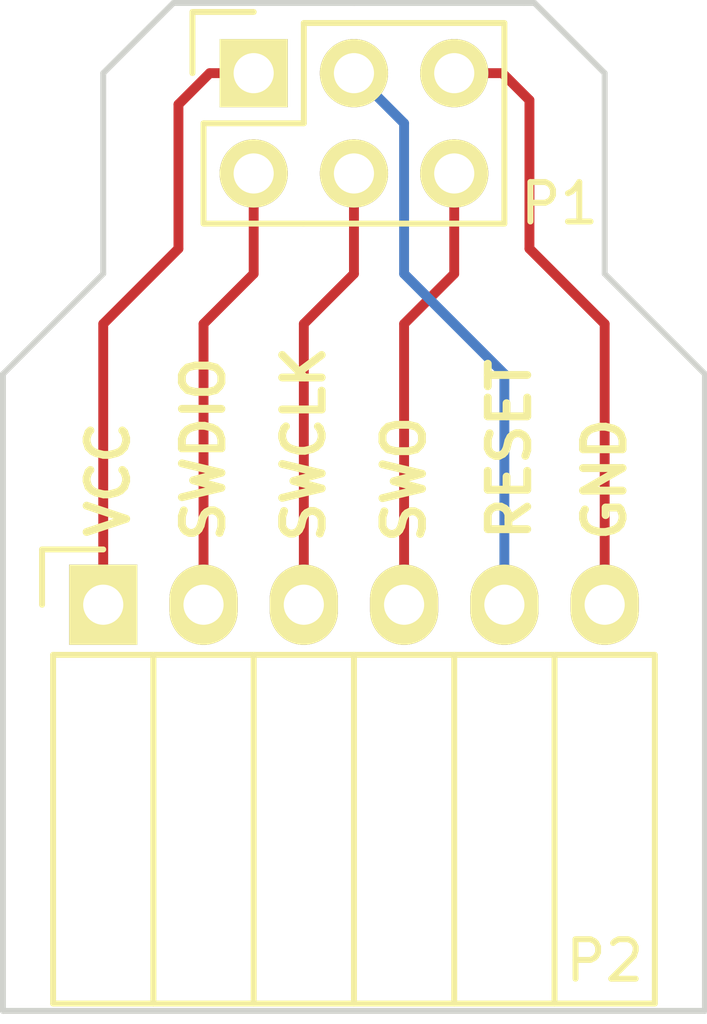
<source format=kicad_pcb>
(kicad_pcb (version 4) (host pcbnew 4.0.2-stable)

  (general
    (links 6)
    (no_connects 6)
    (area 0 0 0 0)
    (thickness 1.6)
    (drawings 18)
    (tracks 24)
    (zones 0)
    (modules 2)
    (nets 7)
  )

  (page A4)
  (layers
    (0 F.Cu signal)
    (31 B.Cu signal)
    (32 B.Adhes user)
    (33 F.Adhes user)
    (34 B.Paste user)
    (35 F.Paste user)
    (36 B.SilkS user)
    (37 F.SilkS user)
    (38 B.Mask user)
    (39 F.Mask user)
    (40 Dwgs.User user)
    (41 Cmts.User user)
    (42 Eco1.User user)
    (43 Eco2.User user)
    (44 Edge.Cuts user)
    (45 Margin user)
    (46 B.CrtYd user)
    (47 F.CrtYd user)
    (48 B.Fab user)
    (49 F.Fab user hide)
  )

  (setup
    (last_trace_width 0.25)
    (trace_clearance 0.2)
    (zone_clearance 0.508)
    (zone_45_only no)
    (trace_min 0.2)
    (segment_width 0.2)
    (edge_width 0.15)
    (via_size 0.6)
    (via_drill 0.4)
    (via_min_size 0.4)
    (via_min_drill 0.3)
    (uvia_size 0.3)
    (uvia_drill 0.1)
    (uvias_allowed no)
    (uvia_min_size 0.2)
    (uvia_min_drill 0.1)
    (pcb_text_width 0.3)
    (pcb_text_size 1.5 1.5)
    (mod_edge_width 0.15)
    (mod_text_size 1 1)
    (mod_text_width 0.15)
    (pad_size 1.524 1.524)
    (pad_drill 0.762)
    (pad_to_mask_clearance 0.2)
    (aux_axis_origin 0 0)
    (visible_elements FFFFFF7F)
    (pcbplotparams
      (layerselection 0x00030_80000001)
      (usegerberextensions false)
      (excludeedgelayer true)
      (linewidth 0.100000)
      (plotframeref false)
      (viasonmask false)
      (mode 1)
      (useauxorigin false)
      (hpglpennumber 1)
      (hpglpenspeed 20)
      (hpglpendiameter 15)
      (hpglpenoverlay 2)
      (psnegative false)
      (psa4output false)
      (plotreference true)
      (plotvalue true)
      (plotinvisibletext false)
      (padsonsilk false)
      (subtractmaskfromsilk false)
      (outputformat 1)
      (mirror false)
      (drillshape 1)
      (scaleselection 1)
      (outputdirectory ""))
  )

  (net 0 "")
  (net 1 /VCC)
  (net 2 /SWDIO)
  (net 3 /RESET)
  (net 4 /SWCLK)
  (net 5 /GND)
  (net 6 /SWO)

  (net_class Default "This is the default net class."
    (clearance 0.2)
    (trace_width 0.25)
    (via_dia 0.6)
    (via_drill 0.4)
    (uvia_dia 0.3)
    (uvia_drill 0.1)
    (add_net /GND)
    (add_net /RESET)
    (add_net /SWCLK)
    (add_net /SWDIO)
    (add_net /SWO)
    (add_net /VCC)
  )

  (module Socket_Strips:Socket_Strip_Angled_1x06 (layer F.Cu) (tedit 0) (tstamp 57C78E0B)
    (at 121.92 108.712)
    (descr "Through hole socket strip")
    (tags "socket strip")
    (path /57C78CB8)
    (fp_text reference P2 (at 12.7 9.017) (layer F.SilkS)
      (effects (font (size 1 1) (thickness 0.15)))
    )
    (fp_text value PPPC061LGBN-RC (at 0 -2.75) (layer F.Fab)
      (effects (font (size 1 1) (thickness 0.15)))
    )
    (fp_line (start -1.75 -1.5) (end -1.75 10.6) (layer F.CrtYd) (width 0.05))
    (fp_line (start 14.45 -1.5) (end 14.45 10.6) (layer F.CrtYd) (width 0.05))
    (fp_line (start -1.75 -1.5) (end 14.45 -1.5) (layer F.CrtYd) (width 0.05))
    (fp_line (start -1.75 10.6) (end 14.45 10.6) (layer F.CrtYd) (width 0.05))
    (fp_line (start 13.97 10.1) (end 13.97 1.27) (layer F.SilkS) (width 0.15))
    (fp_line (start 11.43 10.1) (end 13.97 10.1) (layer F.SilkS) (width 0.15))
    (fp_line (start 11.43 1.27) (end 13.97 1.27) (layer F.SilkS) (width 0.15))
    (fp_line (start 8.89 1.27) (end 11.43 1.27) (layer F.SilkS) (width 0.15))
    (fp_line (start 8.89 10.1) (end 11.43 10.1) (layer F.SilkS) (width 0.15))
    (fp_line (start 11.43 10.1) (end 11.43 1.27) (layer F.SilkS) (width 0.15))
    (fp_line (start 8.89 10.1) (end 8.89 1.27) (layer F.SilkS) (width 0.15))
    (fp_line (start 6.35 10.1) (end 8.89 10.1) (layer F.SilkS) (width 0.15))
    (fp_line (start 6.35 1.27) (end 8.89 1.27) (layer F.SilkS) (width 0.15))
    (fp_line (start 3.81 1.27) (end 6.35 1.27) (layer F.SilkS) (width 0.15))
    (fp_line (start 3.81 10.1) (end 6.35 10.1) (layer F.SilkS) (width 0.15))
    (fp_line (start 6.35 10.1) (end 6.35 1.27) (layer F.SilkS) (width 0.15))
    (fp_line (start 3.81 10.1) (end 3.81 1.27) (layer F.SilkS) (width 0.15))
    (fp_line (start 1.27 10.1) (end 3.81 10.1) (layer F.SilkS) (width 0.15))
    (fp_line (start 1.27 1.27) (end 1.27 10.1) (layer F.SilkS) (width 0.15))
    (fp_line (start 1.27 1.27) (end 3.81 1.27) (layer F.SilkS) (width 0.15))
    (fp_line (start -1.27 1.27) (end 1.27 1.27) (layer F.SilkS) (width 0.15))
    (fp_line (start 0 -1.4) (end -1.55 -1.4) (layer F.SilkS) (width 0.15))
    (fp_line (start -1.55 -1.4) (end -1.55 0) (layer F.SilkS) (width 0.15))
    (fp_line (start -1.27 1.27) (end -1.27 10.1) (layer F.SilkS) (width 0.15))
    (fp_line (start -1.27 10.1) (end 1.27 10.1) (layer F.SilkS) (width 0.15))
    (fp_line (start 1.27 10.1) (end 1.27 1.27) (layer F.SilkS) (width 0.15))
    (pad 1 thru_hole rect (at 0 0) (size 1.7272 2.032) (drill 1.016) (layers *.Cu *.Mask F.SilkS)
      (net 1 /VCC))
    (pad 2 thru_hole oval (at 2.54 0) (size 1.7272 2.032) (drill 1.016) (layers *.Cu *.Mask F.SilkS)
      (net 2 /SWDIO))
    (pad 3 thru_hole oval (at 5.08 0) (size 1.7272 2.032) (drill 1.016) (layers *.Cu *.Mask F.SilkS)
      (net 4 /SWCLK))
    (pad 4 thru_hole oval (at 7.62 0) (size 1.7272 2.032) (drill 1.016) (layers *.Cu *.Mask F.SilkS)
      (net 6 /SWO))
    (pad 5 thru_hole oval (at 10.16 0) (size 1.7272 2.032) (drill 1.016) (layers *.Cu *.Mask F.SilkS)
      (net 3 /RESET))
    (pad 6 thru_hole oval (at 12.7 0) (size 1.7272 2.032) (drill 1.016) (layers *.Cu *.Mask F.SilkS)
      (net 5 /GND))
    (model Socket_Strips.3dshapes/Socket_Strip_Angled_1x06.wrl
      (at (xyz 0.25 0 0))
      (scale (xyz 1 1 1))
      (rotate (xyz 0 0 180))
    )
  )

  (module Socket_Strips:Socket_Strip_Straight_2x03 (layer F.Cu) (tedit 54E9F9C7) (tstamp 57C78E7D)
    (at 125.73 95.25)
    (descr "Through hole socket strip")
    (tags "socket strip")
    (path /57C779D6)
    (fp_text reference P1 (at 7.747 3.302) (layer F.SilkS)
      (effects (font (size 1 1) (thickness 0.15)))
    )
    (fp_text value 75867-131LF (at 0 -3.1) (layer F.Fab)
      (effects (font (size 1 1) (thickness 0.15)))
    )
    (fp_line (start 6.35 -1.27) (end 1.27 -1.27) (layer F.SilkS) (width 0.15))
    (fp_line (start -1.55 -1.55) (end 0 -1.55) (layer F.SilkS) (width 0.15))
    (fp_line (start -1.75 -1.75) (end -1.75 4.3) (layer F.CrtYd) (width 0.05))
    (fp_line (start 6.85 -1.75) (end 6.85 4.3) (layer F.CrtYd) (width 0.05))
    (fp_line (start -1.75 -1.75) (end 6.85 -1.75) (layer F.CrtYd) (width 0.05))
    (fp_line (start -1.75 4.3) (end 6.85 4.3) (layer F.CrtYd) (width 0.05))
    (fp_line (start -1.27 1.27) (end 1.27 1.27) (layer F.SilkS) (width 0.15))
    (fp_line (start 1.27 1.27) (end 1.27 -1.27) (layer F.SilkS) (width 0.15))
    (fp_line (start 6.35 -1.27) (end 6.35 3.81) (layer F.SilkS) (width 0.15))
    (fp_line (start 6.35 3.81) (end 1.27 3.81) (layer F.SilkS) (width 0.15))
    (fp_line (start -1.55 -1.55) (end -1.55 0) (layer F.SilkS) (width 0.15))
    (fp_line (start -1.27 3.81) (end -1.27 1.27) (layer F.SilkS) (width 0.15))
    (fp_line (start 1.27 3.81) (end -1.27 3.81) (layer F.SilkS) (width 0.15))
    (pad 1 thru_hole rect (at 0 0) (size 1.7272 1.7272) (drill 1.016) (layers *.Cu *.Mask F.SilkS)
      (net 1 /VCC))
    (pad 2 thru_hole oval (at 0 2.54) (size 1.7272 1.7272) (drill 1.016) (layers *.Cu *.Mask F.SilkS)
      (net 2 /SWDIO))
    (pad 3 thru_hole oval (at 2.54 0) (size 1.7272 1.7272) (drill 1.016) (layers *.Cu *.Mask F.SilkS)
      (net 3 /RESET))
    (pad 4 thru_hole oval (at 2.54 2.54) (size 1.7272 1.7272) (drill 1.016) (layers *.Cu *.Mask F.SilkS)
      (net 4 /SWCLK))
    (pad 5 thru_hole oval (at 5.08 0) (size 1.7272 1.7272) (drill 1.016) (layers *.Cu *.Mask F.SilkS)
      (net 5 /GND))
    (pad 6 thru_hole oval (at 5.08 2.54) (size 1.7272 1.7272) (drill 1.016) (layers *.Cu *.Mask F.SilkS)
      (net 6 /SWO))
    (model Socket_Strips.3dshapes/Socket_Strip_Straight_2x03.wrl
      (at (xyz 0.1 -0.05 0))
      (scale (xyz 1 1 1))
      (rotate (xyz 0 0 180))
    )
  )

  (gr_line (start 123.698 93.472) (end 128.27 93.472) (layer Edge.Cuts) (width 0.15))
  (gr_line (start 121.92 95.25) (end 123.698 93.472) (layer Edge.Cuts) (width 0.15))
  (gr_line (start 121.92 100.33) (end 121.92 95.25) (layer Edge.Cuts) (width 0.15))
  (gr_line (start 119.38 102.87) (end 121.92 100.33) (layer Edge.Cuts) (width 0.15))
  (gr_line (start 119.38 118.999) (end 119.38 102.87) (layer Edge.Cuts) (width 0.15))
  (gr_line (start 137.16 118.999) (end 119.38 118.999) (layer Edge.Cuts) (width 0.15))
  (gr_line (start 137.16 102.87) (end 137.16 118.999) (layer Edge.Cuts) (width 0.15))
  (gr_line (start 134.62 100.33) (end 137.16 102.87) (layer Edge.Cuts) (width 0.15))
  (gr_line (start 134.62 95.25) (end 134.62 100.33) (layer Edge.Cuts) (width 0.15))
  (gr_line (start 132.842 93.472) (end 134.62 95.25) (layer Edge.Cuts) (width 0.15))
  (gr_line (start 132.588 93.472) (end 132.842 93.472) (layer Edge.Cuts) (width 0.15))
  (gr_line (start 128.27 93.472) (end 132.588 93.472) (layer Edge.Cuts) (width 0.15))
  (gr_text GND (at 134.62 105.537 90) (layer F.SilkS)
    (effects (font (size 1 1) (thickness 0.2)))
  )
  (gr_text RESET (at 132.207 104.775 90) (layer F.SilkS)
    (effects (font (size 1 1) (thickness 0.2)))
  )
  (gr_text SWO (at 129.54 105.537 90) (layer F.SilkS)
    (effects (font (size 1 1) (thickness 0.2)))
  )
  (gr_text "SWCLK\n" (at 127 104.648 90) (layer F.SilkS)
    (effects (font (size 1 1) (thickness 0.2)))
  )
  (gr_text SWDIO (at 124.46 104.775 90) (layer F.SilkS)
    (effects (font (size 1 1) (thickness 0.2)))
  )
  (gr_text VCC (at 122.047 105.537 90) (layer F.SilkS)
    (effects (font (size 1 1) (thickness 0.2)))
  )

  (segment (start 123.825 99.695) (end 121.92 101.6) (width 0.25) (layer F.Cu) (net 1))
  (segment (start 121.92 101.6) (end 121.92 108.712) (width 0.25) (layer F.Cu) (net 1))
  (segment (start 123.825 96.0414) (end 123.825 99.695) (width 0.25) (layer F.Cu) (net 1))
  (segment (start 125.73 95.25) (end 124.6164 95.25) (width 0.25) (layer F.Cu) (net 1))
  (segment (start 124.6164 95.25) (end 123.825 96.0414) (width 0.25) (layer F.Cu) (net 1))
  (segment (start 125.73 100.33) (end 124.46 101.6) (width 0.25) (layer F.Cu) (net 2))
  (segment (start 124.46 101.6) (end 124.46 108.712) (width 0.25) (layer F.Cu) (net 2))
  (segment (start 125.73 97.79) (end 125.73 100.33) (width 0.25) (layer F.Cu) (net 2))
  (segment (start 128.27 95.25) (end 129.54 96.52) (width 0.25) (layer B.Cu) (net 3))
  (segment (start 129.54 96.52) (end 129.54 100.33) (width 0.25) (layer B.Cu) (net 3))
  (segment (start 129.54 100.33) (end 132.08 102.87) (width 0.25) (layer B.Cu) (net 3))
  (segment (start 132.08 102.87) (end 132.08 108.712) (width 0.25) (layer B.Cu) (net 3))
  (segment (start 132.08 108.712) (end 132.08 108.5596) (width 0.25) (layer B.Cu) (net 3))
  (segment (start 128.27 97.79) (end 128.27 100.33) (width 0.25) (layer F.Cu) (net 4))
  (segment (start 128.27 100.33) (end 127 101.6) (width 0.25) (layer F.Cu) (net 4))
  (segment (start 127 101.6) (end 127 108.712) (width 0.25) (layer F.Cu) (net 4))
  (segment (start 132.715 99.695) (end 134.62 101.6) (width 0.25) (layer F.Cu) (net 5))
  (segment (start 134.62 101.6) (end 134.62 108.712) (width 0.25) (layer F.Cu) (net 5))
  (segment (start 132.715 95.933686) (end 132.715 99.695) (width 0.25) (layer F.Cu) (net 5))
  (segment (start 130.81 95.25) (end 132.031314 95.25) (width 0.25) (layer F.Cu) (net 5))
  (segment (start 132.031314 95.25) (end 132.715 95.933686) (width 0.25) (layer F.Cu) (net 5))
  (segment (start 130.81 100.33) (end 129.54 101.6) (width 0.25) (layer F.Cu) (net 6))
  (segment (start 129.54 101.6) (end 129.54 108.712) (width 0.25) (layer F.Cu) (net 6))
  (segment (start 130.81 97.79) (end 130.81 100.33) (width 0.25) (layer F.Cu) (net 6))

)

</source>
